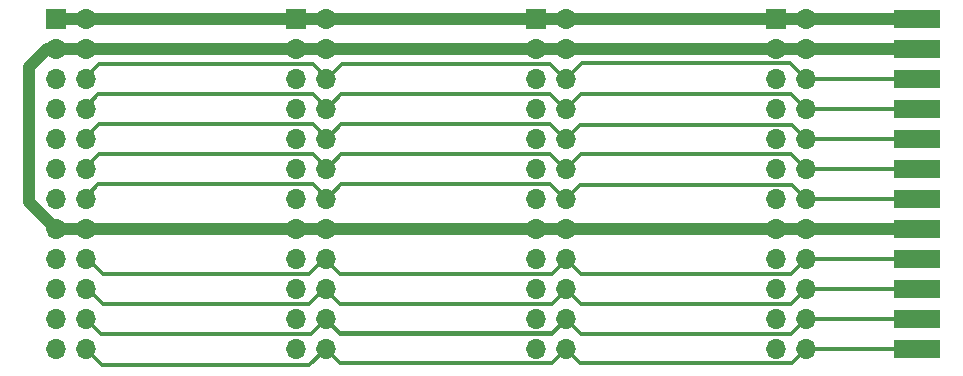
<source format=gbl>
%TF.GenerationSoftware,KiCad,Pcbnew,9.0.0-9.0.0-2~ubuntu24.04.1*%
%TF.CreationDate,2025-03-07T10:49:14+01:00*%
%TF.ProjectId,BackPlane,4261636b-506c-4616-9e65-2e6b69636164,rev?*%
%TF.SameCoordinates,Original*%
%TF.FileFunction,Copper,L2,Bot*%
%TF.FilePolarity,Positive*%
%FSLAX46Y46*%
G04 Gerber Fmt 4.6, Leading zero omitted, Abs format (unit mm)*
G04 Created by KiCad (PCBNEW 9.0.0-9.0.0-2~ubuntu24.04.1) date 2025-03-07 10:49:14*
%MOMM*%
%LPD*%
G01*
G04 APERTURE LIST*
%TA.AperFunction,SMDPad,CuDef*%
%ADD10R,4.000000X1.500000*%
%TD*%
%TA.AperFunction,ComponentPad*%
%ADD11R,1.700000X1.700000*%
%TD*%
%TA.AperFunction,ComponentPad*%
%ADD12O,1.700000X1.700000*%
%TD*%
%TA.AperFunction,Conductor*%
%ADD13C,0.300000*%
%TD*%
%TA.AperFunction,Conductor*%
%ADD14C,1.000000*%
%TD*%
G04 APERTURE END LIST*
D10*
X136390000Y-55880000D03*
X136390000Y-58420000D03*
X136390000Y-60960000D03*
X136390000Y-63500000D03*
X136390000Y-66040000D03*
X136390000Y-68580000D03*
X136390000Y-71120000D03*
X136390000Y-73660000D03*
X136390000Y-76200000D03*
X136390000Y-78740000D03*
X136390000Y-81280000D03*
X136390000Y-83820000D03*
D11*
X124460000Y-55880000D03*
D12*
X127000000Y-55880000D03*
X124460000Y-58420000D03*
X127000000Y-58420000D03*
X124460000Y-60960000D03*
X127000000Y-60960000D03*
X124460000Y-63500000D03*
X127000000Y-63500000D03*
X124460000Y-66040000D03*
X127000000Y-66040000D03*
X124460000Y-68580000D03*
X127000000Y-68580000D03*
X124460000Y-71120000D03*
X127000000Y-71120000D03*
X124460000Y-73660000D03*
X127000000Y-73660000D03*
X124460000Y-76200000D03*
X127000000Y-76200000D03*
X124460000Y-78740000D03*
X127000000Y-78740000D03*
X124460000Y-81280000D03*
X127000000Y-81280000D03*
X124460000Y-83820000D03*
X127000000Y-83820000D03*
D11*
X63500000Y-55880000D03*
D12*
X66040000Y-55880000D03*
X63500000Y-58420000D03*
X66040000Y-58420000D03*
X63500000Y-60960000D03*
X66040000Y-60960000D03*
X63500000Y-63500000D03*
X66040000Y-63500000D03*
X63500000Y-66040000D03*
X66040000Y-66040000D03*
X63500000Y-68580000D03*
X66040000Y-68580000D03*
X63500000Y-71120000D03*
X66040000Y-71120000D03*
X63500000Y-73660000D03*
X66040000Y-73660000D03*
X63500000Y-76200000D03*
X66040000Y-76200000D03*
X63500000Y-78740000D03*
X66040000Y-78740000D03*
X63500000Y-81280000D03*
X66040000Y-81280000D03*
X63500000Y-83820000D03*
X66040000Y-83820000D03*
D11*
X104140000Y-55880000D03*
D12*
X106680000Y-55880000D03*
X104140000Y-58420000D03*
X106680000Y-58420000D03*
X104140000Y-60960000D03*
X106680000Y-60960000D03*
X104140000Y-63500000D03*
X106680000Y-63500000D03*
X104140000Y-66040000D03*
X106680000Y-66040000D03*
X104140000Y-68580000D03*
X106680000Y-68580000D03*
X104140000Y-71120000D03*
X106680000Y-71120000D03*
X104140000Y-73660000D03*
X106680000Y-73660000D03*
X104140000Y-76200000D03*
X106680000Y-76200000D03*
X104140000Y-78740000D03*
X106680000Y-78740000D03*
X104140000Y-81280000D03*
X106680000Y-81280000D03*
X104140000Y-83820000D03*
X106680000Y-83820000D03*
D11*
X83820000Y-55880000D03*
D12*
X86360000Y-55880000D03*
X83820000Y-58420000D03*
X86360000Y-58420000D03*
X83820000Y-60960000D03*
X86360000Y-60960000D03*
X83820000Y-63500000D03*
X86360000Y-63500000D03*
X83820000Y-66040000D03*
X86360000Y-66040000D03*
X83820000Y-68580000D03*
X86360000Y-68580000D03*
X83820000Y-71120000D03*
X86360000Y-71120000D03*
X83820000Y-73660000D03*
X86360000Y-73660000D03*
X83820000Y-76200000D03*
X86360000Y-76200000D03*
X83820000Y-78740000D03*
X86360000Y-78740000D03*
X83820000Y-81280000D03*
X86360000Y-81280000D03*
X83820000Y-83820000D03*
X86360000Y-83820000D03*
D13*
X106680000Y-71189000D02*
X105361000Y-69870000D01*
X105361000Y-69870000D02*
X87679000Y-69870000D01*
X87679000Y-69870000D02*
X86360000Y-71189000D01*
X106680000Y-68649000D02*
X105361000Y-67330000D01*
X105361000Y-67330000D02*
X87679000Y-67330000D01*
X87679000Y-67330000D02*
X86360000Y-68649000D01*
X106680000Y-66109000D02*
X105361000Y-64790000D01*
X105361000Y-64790000D02*
X87679000Y-64790000D01*
X87679000Y-64790000D02*
X86360000Y-66109000D01*
X106680000Y-63569000D02*
X105361000Y-62250000D01*
X105361000Y-62250000D02*
X87679000Y-62250000D01*
X87679000Y-62250000D02*
X86360000Y-63569000D01*
X86360000Y-63315000D02*
X85295000Y-62250000D01*
X85295000Y-62250000D02*
X67105000Y-62250000D01*
X67105000Y-62250000D02*
X66040000Y-63315000D01*
X86360000Y-70935000D02*
X85295000Y-69870000D01*
X85295000Y-69870000D02*
X67105000Y-69870000D01*
X67105000Y-69870000D02*
X66040000Y-70935000D01*
X87561000Y-77470000D02*
X86360000Y-76269000D01*
X67495000Y-77470000D02*
X66040000Y-76015000D01*
X125730000Y-77470000D02*
X107950000Y-77470000D01*
X106680000Y-76269000D02*
X105479000Y-77470000D01*
X127000000Y-76200000D02*
X125730000Y-77470000D01*
X86360000Y-76015000D02*
X84905000Y-77470000D01*
X107950000Y-77470000D02*
X106680000Y-76200000D01*
X84905000Y-77470000D02*
X67495000Y-77470000D01*
X135890000Y-76200000D02*
X127000000Y-76200000D01*
X105479000Y-77470000D02*
X87561000Y-77470000D01*
D14*
X61214000Y-59944000D02*
X61214000Y-71374000D01*
X63500000Y-58420000D02*
X62738000Y-58420000D01*
X61214000Y-71374000D02*
X63500000Y-73660000D01*
X135890000Y-58420000D02*
X63500000Y-58420000D01*
X135890000Y-73660000D02*
X63500000Y-73660000D01*
X62738000Y-58420000D02*
X61214000Y-59944000D01*
D13*
X84963000Y-85217000D02*
X67437000Y-85217000D01*
X67437000Y-85217000D02*
X66040000Y-83820000D01*
X125799000Y-85021000D02*
X107881000Y-85021000D01*
X135890000Y-83820000D02*
X127000000Y-83820000D01*
X87561000Y-85021000D02*
X86360000Y-83820000D01*
X106680000Y-83820000D02*
X105479000Y-85021000D01*
X86360000Y-83820000D02*
X84963000Y-85217000D01*
X127000000Y-83820000D02*
X125799000Y-85021000D01*
X107881000Y-85021000D02*
X106680000Y-83820000D01*
X105479000Y-85021000D02*
X87561000Y-85021000D01*
X127000000Y-68580000D02*
X125730000Y-67310000D01*
X67125000Y-67310000D02*
X66040000Y-68395000D01*
X135890000Y-68580000D02*
X127000000Y-68580000D01*
X107950000Y-67310000D02*
X106680000Y-68580000D01*
X85275000Y-67310000D02*
X67125000Y-67310000D01*
X125730000Y-67310000D02*
X107950000Y-67310000D01*
X86360000Y-68395000D02*
X85275000Y-67310000D01*
X86360000Y-65855000D02*
X85275000Y-64770000D01*
X127000000Y-66040000D02*
X125799000Y-64839000D01*
X125799000Y-64839000D02*
X107881000Y-64839000D01*
X85275000Y-64770000D02*
X67125000Y-64770000D01*
X67125000Y-64770000D02*
X66040000Y-65855000D01*
X107881000Y-64839000D02*
X106680000Y-66040000D01*
X135890000Y-66040000D02*
X127000000Y-66040000D01*
D14*
X63500000Y-55880000D02*
X135890000Y-55880000D01*
D13*
X85090000Y-82550000D02*
X86360000Y-81280000D01*
X105479000Y-82481000D02*
X106680000Y-81280000D01*
X105479000Y-82550000D02*
X106680000Y-81349000D01*
X107950000Y-82550000D02*
X125730000Y-82550000D01*
X67310000Y-82550000D02*
X85090000Y-82550000D01*
X125730000Y-82550000D02*
X127000000Y-81280000D01*
X135890000Y-81280000D02*
X127000000Y-81280000D01*
X87561000Y-82481000D02*
X105479000Y-82481000D01*
X86360000Y-81280000D02*
X87561000Y-82481000D01*
X106680000Y-81280000D02*
X107950000Y-82550000D01*
X87561000Y-82550000D02*
X105479000Y-82550000D01*
X66040000Y-81280000D02*
X67310000Y-82550000D01*
X86360000Y-81349000D02*
X87561000Y-82550000D01*
X125799000Y-69919000D02*
X107881000Y-69919000D01*
X127000000Y-71120000D02*
X125799000Y-69919000D01*
X107881000Y-69919000D02*
X106680000Y-71120000D01*
X135890000Y-71120000D02*
X127000000Y-71120000D01*
X106680000Y-78809000D02*
X105479000Y-80010000D01*
X107950000Y-80010000D02*
X106680000Y-78740000D01*
X86360000Y-78555000D02*
X84905000Y-80010000D01*
X127000000Y-78740000D02*
X125730000Y-80010000D01*
X87561000Y-80010000D02*
X86360000Y-78809000D01*
X67495000Y-80010000D02*
X66040000Y-78555000D01*
X135890000Y-78740000D02*
X127000000Y-78740000D01*
X125730000Y-80010000D02*
X107950000Y-80010000D01*
X84905000Y-80010000D02*
X67495000Y-80010000D01*
X105479000Y-80010000D02*
X87561000Y-80010000D01*
X106680000Y-61029000D02*
X105341000Y-59690000D01*
X67125000Y-59690000D02*
X66040000Y-60775000D01*
X85275000Y-59690000D02*
X67125000Y-59690000D01*
X87699000Y-59690000D02*
X86360000Y-61029000D01*
X105341000Y-59690000D02*
X87699000Y-59690000D01*
X108019000Y-59621000D02*
X106680000Y-60960000D01*
X125661000Y-59621000D02*
X108019000Y-59621000D01*
X135890000Y-60960000D02*
X127000000Y-60960000D01*
X86360000Y-60775000D02*
X85275000Y-59690000D01*
X127000000Y-60960000D02*
X125661000Y-59621000D01*
X107950000Y-62230000D02*
X106680000Y-63500000D01*
X135890000Y-63500000D02*
X127000000Y-63500000D01*
X125730000Y-62230000D02*
X107950000Y-62230000D01*
X127000000Y-63500000D02*
X125730000Y-62230000D01*
M02*

</source>
